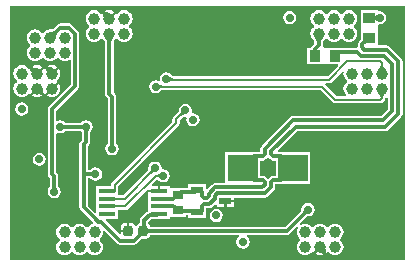
<source format=gbl>
G04*
G04 #@! TF.GenerationSoftware,Altium Limited,Altium Designer,20.1.8 (145)*
G04*
G04 Layer_Physical_Order=4*
G04 Layer_Color=16711680*
%FSTAX43Y43*%
%MOMM*%
G71*
G04*
G04 #@! TF.SameCoordinates,DEFF2A6E-5F0D-40BF-B6DE-29F6B0C5E57E*
G04*
G04*
G04 #@! TF.FilePolarity,Positive*
G04*
G01*
G75*
%ADD13C,0.200*%
%ADD15R,1.000X0.900*%
%ADD18R,0.900X1.000*%
G04:AMPARAMS|DCode=33|XSize=0.9mm|YSize=0.8mm|CornerRadius=0.2mm|HoleSize=0mm|Usage=FLASHONLY|Rotation=270.000|XOffset=0mm|YOffset=0mm|HoleType=Round|Shape=RoundedRectangle|*
%AMROUNDEDRECTD33*
21,1,0.900,0.400,0,0,270.0*
21,1,0.500,0.800,0,0,270.0*
1,1,0.400,-0.200,-0.250*
1,1,0.400,-0.200,0.250*
1,1,0.400,0.200,0.250*
1,1,0.400,0.200,-0.250*
%
%ADD33ROUNDEDRECTD33*%
%ADD36R,0.900X0.800*%
%ADD37R,1.450X0.450*%
%ADD46R,1.100X0.600*%
%ADD47C,0.300*%
%ADD49C,1.000*%
%ADD50C,0.700*%
%ADD51C,0.600*%
%ADD52R,2.500X2.300*%
G36*
X0064745Y002638D02*
X0031255D01*
Y0028125D01*
Y004787D01*
X0064745D01*
Y002638D01*
D02*
G37*
%LPC*%
G36*
X004094Y0047501D02*
X0040757Y0047477D01*
X0040587Y0047406D01*
X0040441Y0047294D01*
X0040384Y004722D01*
X0040236D01*
X0039741Y0046724D01*
X0039599Y0046866D01*
X0040089Y0047356D01*
X0040023Y0047406D01*
X0039853Y0047477D01*
X003967Y0047501D01*
X0039487Y0047477D01*
X0039317Y0047406D01*
X0039297Y0047391D01*
X0039316Y004738D01*
X0039358Y0047362D01*
X0039405Y0047345D01*
X0039456Y0047331D01*
X0039512Y0047319D01*
X0039637Y00473D01*
X0039707Y0047294D01*
X0039172Y0046842D01*
X0039177Y0046908D01*
X0039176Y0047027D01*
X0039171Y004708D01*
X0039162Y004713D01*
X0039149Y0047175D01*
X0039134Y0047217D01*
X0039125Y0047234D01*
X0039114Y004722D01*
X0038956D01*
X0038899Y0047294D01*
X0038753Y0047406D01*
X0038583Y0047477D01*
X00384Y0047501D01*
X0038217Y0047477D01*
X0038047Y0047406D01*
X0037901Y0047294D01*
X0037789Y0047148D01*
X0037718Y0046978D01*
X0037694Y0046795D01*
X0037718Y0046612D01*
X0037789Y0046442D01*
X0037901Y0046296D01*
X0037975Y0046239D01*
Y0046081D01*
X0037901Y0046024D01*
X0037789Y0045878D01*
X0037718Y0045708D01*
X0037694Y0045525D01*
X0037718Y0045342D01*
X0037789Y0045172D01*
X0037901Y0045026D01*
X0038047Y0044914D01*
X0038217Y0044843D01*
X00384Y0044819D01*
X0038583Y0044843D01*
X0038753Y0044914D01*
X0038899Y0045026D01*
X0038956Y00451D01*
X0039114D01*
X0039171Y0045026D01*
X0039182Y0045017D01*
X0039207Y0044992D01*
X0039232Y0044962D01*
X0039254Y0044933D01*
X0039271Y0044904D01*
X0039286Y0044877D01*
X0039297Y0044851D01*
X0039305Y0044825D01*
X0039311Y00448D01*
X0039313Y0044786D01*
Y0040415D01*
X003934Y0040278D01*
X0039418Y0040162D01*
X0039543Y0040037D01*
Y0036247D01*
X0039541Y0036231D01*
X0039537Y0036215D01*
X0039533Y0036202D01*
X0039529Y0036191D01*
X0039525Y0036183D01*
X0039523Y0036179D01*
X0039503Y0036166D01*
X0039382Y0035984D01*
X0039339Y003577D01*
X0039382Y0035555D01*
X0039503Y0035373D01*
X0039685Y0035252D01*
X00399Y0035209D01*
X0040115Y0035252D01*
X0040297Y0035373D01*
X0040418Y0035555D01*
X0040461Y003577D01*
X0040418Y0035984D01*
X0040297Y0036166D01*
X0040277Y0036179D01*
X0040275Y0036183D01*
X0040271Y0036191D01*
X0040267Y0036202D01*
X0040263Y0036215D01*
X0040259Y0036231D01*
X0040257Y0036247D01*
Y0040185D01*
X004023Y0040321D01*
X0040152Y0040437D01*
X0040027Y0040562D01*
Y0044786D01*
X0040029Y00448D01*
X0040035Y0044825D01*
X0040043Y0044851D01*
X0040054Y0044877D01*
X0040069Y0044904D01*
X0040086Y0044933D01*
X0040108Y0044962D01*
X0040133Y0044992D01*
X0040158Y0045017D01*
X0040169Y0045026D01*
X0040226Y00451D01*
X0040384D01*
X0040441Y0045026D01*
X0040587Y0044914D01*
X0040757Y0044843D01*
X004094Y0044819D01*
X0041123Y0044843D01*
X0041293Y0044914D01*
X0041439Y0045026D01*
X0041551Y0045172D01*
X0041622Y0045342D01*
X0041646Y0045525D01*
X0041622Y0045708D01*
X0041551Y0045878D01*
X0041439Y0046024D01*
X0041365Y0046081D01*
Y0046239D01*
X0041439Y0046296D01*
X0041551Y0046442D01*
X0041622Y0046612D01*
X0041646Y0046795D01*
X0041622Y0046978D01*
X0041551Y0047148D01*
X0041439Y0047294D01*
X0041293Y0047406D01*
X0041123Y0047477D01*
X004094Y0047501D01*
D02*
G37*
G36*
X0054949Y0047433D02*
X0054734Y0047391D01*
X0054552Y0047269D01*
X0054431Y0047087D01*
X0054388Y0046873D01*
X0054431Y0046658D01*
X0054552Y0046476D01*
X0054734Y0046354D01*
X0054949Y0046312D01*
X0055163Y0046354D01*
X0055345Y0046476D01*
X0055467Y0046658D01*
X0055509Y0046873D01*
X0055467Y0047087D01*
X0055345Y0047269D01*
X0055163Y0047391D01*
X0054949Y0047433D01*
D02*
G37*
G36*
X00624Y0047525D02*
X0061D01*
Y0046425D01*
X0061Y0046425D01*
Y0045625D01*
X0061Y0045625D01*
Y004503D01*
X0060819Y0044848D01*
X0060741Y0044733D01*
X0060714Y0044596D01*
Y0044451D01*
X0060664Y0044341D01*
X0060591Y0044332D01*
X005905D01*
X0059016Y0044325D01*
X00583D01*
X00583Y0044325D01*
X0057833D01*
X0057744Y0044452D01*
X0057757Y0044519D01*
Y0044786D01*
X0057759Y00448D01*
X0057765Y0044825D01*
X0057773Y0044851D01*
X0057784Y0044877D01*
X0057799Y0044904D01*
X0057816Y0044933D01*
X0057838Y0044962D01*
X0057863Y0044992D01*
X0057888Y0045017D01*
X0057899Y0045026D01*
X0057956Y00451D01*
X0058114D01*
X0058171Y0045026D01*
X0058317Y0044914D01*
X0058487Y0044843D01*
X005867Y0044819D01*
X0058853Y0044843D01*
X0059023Y0044914D01*
X0059169Y0045026D01*
X0059226Y00451D01*
X0059384D01*
X0059441Y0045026D01*
X0059587Y0044914D01*
X0059757Y0044843D01*
X005994Y0044819D01*
X0060123Y0044843D01*
X0060293Y0044914D01*
X0060439Y0045026D01*
X0060551Y0045172D01*
X0060622Y0045342D01*
X0060646Y0045525D01*
X0060622Y0045708D01*
X0060551Y0045878D01*
X0060439Y0046024D01*
X0060365Y0046081D01*
Y0046239D01*
X0060439Y0046296D01*
X0060551Y0046442D01*
X0060622Y0046612D01*
X0060646Y0046795D01*
X0060622Y0046978D01*
X0060551Y0047148D01*
X0060439Y0047294D01*
X0060293Y0047406D01*
X0060123Y0047477D01*
X005994Y0047501D01*
X0059757Y0047477D01*
X0059587Y0047406D01*
X0059441Y0047294D01*
X0059384Y004722D01*
X0059226D01*
X0059169Y0047294D01*
X0059023Y0047406D01*
X0058853Y0047477D01*
X005867Y0047501D01*
X0058487Y0047477D01*
X0058317Y0047406D01*
X0058171Y0047294D01*
X0058114Y004722D01*
X0057956D01*
X0057899Y0047294D01*
X0057753Y0047406D01*
X0057583Y0047477D01*
X00574Y0047501D01*
X0057217Y0047477D01*
X0057047Y0047406D01*
X0056901Y0047294D01*
X0056789Y0047148D01*
X0056718Y0046978D01*
X0056694Y0046795D01*
X0056718Y0046612D01*
X0056789Y0046442D01*
X0056901Y0046296D01*
X0056975Y0046239D01*
Y0046081D01*
X0056901Y0046024D01*
X0056789Y0045878D01*
X0056718Y0045708D01*
X0056694Y0045525D01*
X0056718Y0045342D01*
X0056789Y0045172D01*
X0056901Y0045026D01*
X0056912Y0045017D01*
X0056937Y0044992D01*
X0056962Y0044962D01*
X0056984Y0044933D01*
X0057001Y0044904D01*
X0057016Y0044877D01*
X0057027Y0044851D01*
X0057035Y0044825D01*
X0057041Y00448D01*
X0057043Y0044786D01*
Y0044667D01*
X0056834Y0044457D01*
X0056756Y0044341D01*
X0056753Y0044325D01*
X00564D01*
Y0042925D01*
X00575D01*
X00575Y0042925D01*
X00583D01*
X00583Y0042925D01*
X0058994D01*
X0059043Y0042808D01*
X0058166Y0041931D01*
X0045038D01*
X0045036Y0041931D01*
X0045028Y0041933D01*
X0045019Y0041937D01*
X004501Y0041941D01*
X0044999Y0041948D01*
X0044988Y0041957D01*
X0044975Y0041969D01*
X0044962Y0041984D01*
X0044943Y0042008D01*
X0044934Y0042015D01*
X0044897Y0042072D01*
X0044715Y0042193D01*
X00445Y0042236D01*
X0044285Y0042193D01*
X0044103Y0042072D01*
X0043982Y004189D01*
X0043939Y0041675D01*
X0043953Y0041606D01*
X0043839Y004153D01*
X0043818Y0041543D01*
X0043604Y0041586D01*
X0043389Y0041543D01*
X0043207Y0041422D01*
X0043086Y004124D01*
X0043043Y0041025D01*
X0043086Y004081D01*
X0043207Y0040628D01*
X0043389Y0040507D01*
X0043604Y0040464D01*
X0043818Y0040507D01*
X0044Y0040628D01*
X0044018Y0040655D01*
X004402Y0040657D01*
X0044039Y0040673D01*
X0044057Y0040687D01*
X0044073Y0040697D01*
X0044088Y0040705D01*
X0044102Y0040712D01*
X0044115Y0040716D01*
X0044127Y0040719D01*
X004413Y0040719D01*
X0057573D01*
X0058584Y0039709D01*
X0058683Y0039642D01*
X00588Y0039619D01*
X00588Y0039619D01*
X0062629D01*
X0062629Y0039619D01*
X0062746Y0039642D01*
X0062845Y0039709D01*
X0062963Y0039826D01*
X0062963Y0039826D01*
X0063029Y0039925D01*
X0063052Y0040042D01*
X0063052Y0040042D01*
Y0040093D01*
X0063054Y0040105D01*
X0063061Y0040125D01*
X0063071Y004015D01*
X0063076Y004016D01*
X0063112Y004017D01*
X0063239Y0040074D01*
Y0039099D01*
X0062676Y0038536D01*
X0055223D01*
X0055087Y0038509D01*
X0054971Y0038431D01*
X0052571Y0036031D01*
X0052493Y0035915D01*
X0052466Y0035779D01*
Y0035482D01*
X005195D01*
X0051916Y0035475D01*
X00495D01*
Y0032845D01*
X0048612D01*
X0048475Y0032818D01*
X0048359Y0032741D01*
X0047967Y0032349D01*
X004785Y0032398D01*
Y0032775D01*
X004635D01*
Y0032482D01*
X00457D01*
X0045666Y0032475D01*
X004485D01*
X0044825Y0032592D01*
Y0032625D01*
X0044D01*
Y00322D01*
X00438D01*
Y0032625D01*
X0043343D01*
X0043295Y0032742D01*
X0043722Y0033169D01*
X0043724D01*
X0043727Y0033169D01*
X0043739Y0033166D01*
X0043751Y0033162D01*
X0043765Y0033155D01*
X0043781Y0033147D01*
X0043797Y0033137D01*
X0043815Y0033123D01*
X0043834Y0033107D01*
X0043835Y0033105D01*
X0043853Y0033078D01*
X0044035Y0032957D01*
X004425Y0032914D01*
X0044465Y0032957D01*
X0044647Y0033078D01*
X0044768Y003326D01*
X0044811Y0033475D01*
X0044768Y003369D01*
X0044647Y0033872D01*
X0044465Y0033993D01*
X004425Y0034036D01*
X004419Y0034024D01*
X00441Y0034114D01*
X0044102Y0034125D01*
X0044059Y003434D01*
X0043938Y0034522D01*
X0043756Y0034643D01*
X0043541Y0034686D01*
X0043327Y0034643D01*
X0043145Y0034522D01*
X0043023Y003434D01*
X0042981Y0034125D01*
X0042987Y0034093D01*
X0042987Y0034091D01*
X0042985Y0034066D01*
X0042982Y0034044D01*
X0042978Y0034025D01*
X0042973Y0034008D01*
X0042967Y0033994D01*
X0042961Y0033982D01*
X0042955Y0033972D01*
X0042953Y0033969D01*
X004084Y0031856D01*
X0040425D01*
Y0032195D01*
X0040431Y0032225D01*
Y0032598D01*
X0045538Y0037705D01*
X0045538Y0037705D01*
X0045604Y0037804D01*
X0045627Y0037921D01*
X0045627Y0037921D01*
Y003812D01*
X0045944Y0038437D01*
X0045947Y0038439D01*
X0045957Y0038445D01*
X0045969Y0038451D01*
X0045983Y0038456D01*
X0046Y0038461D01*
X0046019Y0038465D01*
X0046041Y0038469D01*
X0046066Y0038471D01*
X0046068Y0038471D01*
X00461Y0038464D01*
X0046108Y0038466D01*
X0046216Y0038358D01*
X0046189Y0038225D01*
X0046232Y003801D01*
X0046353Y0037828D01*
X0046535Y0037707D01*
X004675Y0037664D01*
X0046965Y0037707D01*
X0047147Y0037828D01*
X0047268Y003801D01*
X0047311Y0038225D01*
X0047268Y003844D01*
X0047147Y0038622D01*
X0046965Y0038743D01*
X004675Y0038786D01*
X0046742Y0038784D01*
X0046634Y0038892D01*
X0046661Y0039025D01*
X0046618Y003924D01*
X0046497Y0039422D01*
X0046315Y0039543D01*
X00461Y0039586D01*
X0045885Y0039543D01*
X0045703Y0039422D01*
X0045582Y003924D01*
X0045539Y0039025D01*
X0045546Y0038993D01*
X0045546Y0038991D01*
X0045544Y0038966D01*
X004554Y0038944D01*
X0045536Y0038925D01*
X0045531Y0038908D01*
X0045526Y0038894D01*
X004552Y0038882D01*
X0045514Y0038872D01*
X0045512Y0038869D01*
X0045105Y0038463D01*
X0045039Y0038363D01*
X0045016Y0038246D01*
X0045016Y0038246D01*
Y0038048D01*
X0039909Y0032941D01*
X0039842Y0032842D01*
X0039819Y0032725D01*
X0039745Y0032625D01*
X0038575D01*
Y0031775D01*
Y0031125D01*
Y0030401D01*
X0038458Y0030352D01*
X0037857Y0030953D01*
Y0033268D01*
X0038023D01*
X0038039Y0033266D01*
X0038055Y0033262D01*
X0038068Y0033258D01*
X0038079Y0033254D01*
X0038087Y003325D01*
X0038091Y0033248D01*
X0038103Y0033228D01*
X0038285Y0033107D01*
X00385Y0033064D01*
X0038715Y0033107D01*
X0038897Y0033228D01*
X0039018Y003341D01*
X0039061Y0033625D01*
X0039018Y003384D01*
X0038897Y0034022D01*
X0038715Y0034143D01*
X00385Y0034186D01*
X0038285Y0034143D01*
X0038103Y0034022D01*
X0038091Y0034002D01*
X0038087Y0034D01*
X0038079Y0033996D01*
X0038068Y0033992D01*
X0038055Y0033988D01*
X0038039Y0033984D01*
X0038023Y0033982D01*
X0037857D01*
Y0036018D01*
X0037952Y0036114D01*
X003803Y003623D01*
X0038057Y0036366D01*
Y0037148D01*
X0038059Y0037164D01*
X0038063Y003718D01*
X0038067Y0037193D01*
X0038071Y0037204D01*
X0038075Y0037212D01*
X0038077Y0037216D01*
X0038097Y0037228D01*
X0038218Y003741D01*
X0038261Y0037625D01*
X0038218Y003784D01*
X0038097Y0038022D01*
X0037915Y0038143D01*
X00377Y0038186D01*
X0037485Y0038143D01*
X0037303Y0038022D01*
X0037291Y0038002D01*
X0037287Y0038D01*
X0037279Y0037996D01*
X0037268Y0037992D01*
X0037255Y0037988D01*
X0037239Y0037984D01*
X0037223Y0037982D01*
X0035977D01*
X0035961Y0037984D01*
X0035945Y0037988D01*
X0035932Y0037992D01*
X0035921Y0037996D01*
X0035913Y0038D01*
X0035909Y0038002D01*
X0035897Y0038022D01*
X0035715Y0038143D01*
X00355Y0038186D01*
X0035285Y0038143D01*
X0035269Y0038132D01*
X0035157Y0038192D01*
Y0038964D01*
X0037042Y0040849D01*
X003712Y0040965D01*
X0037147Y0041102D01*
Y0045527D01*
X003712Y0045664D01*
X0037042Y0045779D01*
X0036544Y0046277D01*
X0036429Y0046355D01*
X0036292Y0046382D01*
X003552D01*
X0035383Y0046355D01*
X0035268Y0046277D01*
X0034941Y004595D01*
X0034929Y0045942D01*
X0034907Y0045928D01*
X0034883Y0045915D01*
X0034856Y0045905D01*
X0034827Y0045896D01*
X0034794Y0045888D01*
X0034759Y0045883D01*
X003472Y004588D01*
X0034685Y0045879D01*
X003467Y0045881D01*
X0034487Y0045857D01*
X0034317Y0045786D01*
X0034171Y0045674D01*
X0034114Y00456D01*
X0033956D01*
X0033899Y0045674D01*
X0033753Y0045786D01*
X0033583Y0045857D01*
X00334Y0045881D01*
X0033217Y0045857D01*
X0033047Y0045786D01*
X0032901Y0045674D01*
X0032789Y0045528D01*
X0032718Y0045358D01*
X0032694Y0045175D01*
X0032718Y0044992D01*
X0032789Y0044822D01*
X0032901Y0044676D01*
X0032975Y0044619D01*
Y0044461D01*
X0032901Y0044404D01*
X0032789Y0044258D01*
X0032718Y0044088D01*
X0032694Y0043905D01*
X0032718Y0043722D01*
X0032789Y0043552D01*
X0032901Y0043406D01*
X0033047Y0043294D01*
X0033217Y0043223D01*
X00334Y0043199D01*
X0033583Y0043223D01*
X0033753Y0043294D01*
X0033899Y0043406D01*
X0033956Y004348D01*
X0034114D01*
X0034171Y0043406D01*
X0034317Y0043294D01*
X0034487Y0043223D01*
X003467Y0043199D01*
X0034853Y0043223D01*
X0035023Y0043294D01*
X0035169Y0043406D01*
X0035226Y004348D01*
X0035384D01*
X0035441Y0043406D01*
X0035587Y0043294D01*
X0035757Y0043223D01*
X003594Y0043199D01*
X0036123Y0043223D01*
X0036293Y0043294D01*
X0036319Y0043314D01*
X0036433Y0043258D01*
Y004125D01*
X0034548Y0039364D01*
X003447Y0039248D01*
X0034443Y0039112D01*
Y0033625D01*
X003447Y0033488D01*
X0034548Y0033373D01*
X0034643Y0033277D01*
Y0032602D01*
X0034641Y0032586D01*
X0034637Y003257D01*
X0034633Y0032557D01*
X0034629Y0032546D01*
X0034625Y0032538D01*
X0034623Y0032534D01*
X0034603Y0032522D01*
X0034482Y003234D01*
X0034439Y0032125D01*
X0034482Y003191D01*
X0034603Y0031728D01*
X0034785Y0031607D01*
X0035Y0031564D01*
X0035215Y0031607D01*
X0035397Y0031728D01*
X0035518Y003191D01*
X0035561Y0032125D01*
X0035518Y003234D01*
X0035397Y0032522D01*
X0035377Y0032534D01*
X0035375Y0032538D01*
X0035371Y0032546D01*
X0035367Y0032557D01*
X0035363Y003257D01*
X0035359Y0032586D01*
X0035357Y0032602D01*
Y0033425D01*
X003533Y0033562D01*
X0035252Y0033677D01*
X0035157Y0033773D01*
Y0037058D01*
X0035269Y0037118D01*
X0035285Y0037107D01*
X00355Y0037064D01*
X0035715Y0037107D01*
X0035897Y0037228D01*
X0035909Y0037248D01*
X0035913Y003725D01*
X0035921Y0037254D01*
X0035932Y0037258D01*
X0035945Y0037262D01*
X0035961Y0037266D01*
X0035977Y0037268D01*
X0037223D01*
X0037239Y0037266D01*
X0037255Y0037262D01*
X0037268Y0037258D01*
X0037279Y0037254D01*
X0037287Y003725D01*
X0037291Y0037248D01*
X0037303Y0037228D01*
X0037323Y0037216D01*
X0037325Y0037212D01*
X0037329Y0037204D01*
X0037333Y0037193D01*
X0037337Y003718D01*
X0037341Y0037164D01*
X0037343Y0037148D01*
Y0036514D01*
X0037248Y0036419D01*
X003717Y0036303D01*
X0037143Y0036166D01*
Y0033625D01*
Y0030805D01*
X003717Y0030668D01*
X0037248Y0030553D01*
X0038173Y0029628D01*
X0038173Y0029628D01*
X0038276Y0029524D01*
X0038221Y00294D01*
X0038067Y0029336D01*
X0037921Y0029224D01*
X0037864Y002915D01*
X0037706D01*
X0037649Y0029224D01*
X0037503Y0029336D01*
X0037333Y0029407D01*
X003715Y0029431D01*
X0036967Y0029407D01*
X0036797Y0029336D01*
X0036651Y0029224D01*
X0036594Y002915D01*
X0036436D01*
X0036379Y0029224D01*
X0036233Y0029336D01*
X0036063Y0029407D01*
X003588Y0029431D01*
X0035697Y0029407D01*
X0035527Y0029336D01*
X0035381Y0029224D01*
X0035269Y0029078D01*
X0035198Y0028908D01*
X0035174Y0028725D01*
X0035198Y0028542D01*
X0035269Y0028372D01*
X0035381Y0028226D01*
X0035455Y0028169D01*
Y0028011D01*
X0035381Y0027954D01*
X0035269Y0027808D01*
X0035198Y0027638D01*
X0035174Y0027455D01*
X0035198Y0027272D01*
X0035269Y0027102D01*
X0035381Y0026956D01*
X0035527Y0026844D01*
X0035697Y0026773D01*
X003588Y0026749D01*
X0036063Y0026773D01*
X0036233Y0026844D01*
X0036379Y0026956D01*
X0036436Y002703D01*
X0036594D01*
X0036651Y0026956D01*
X0036797Y0026844D01*
X0036967Y0026773D01*
X003715Y0026749D01*
X0037333Y0026773D01*
X0037503Y0026844D01*
X0037649Y0026956D01*
X0037706Y002703D01*
X0037864D01*
X0037921Y0026956D01*
X0038067Y0026844D01*
X0038237Y0026773D01*
X003842Y0026749D01*
X0038603Y0026773D01*
X0038773Y0026844D01*
X0038919Y0026956D01*
X0039031Y0027102D01*
X0039102Y0027272D01*
X0039126Y0027455D01*
X0039102Y0027638D01*
X0039031Y0027808D01*
X0038919Y0027954D01*
X0038845Y0028011D01*
Y0028169D01*
X0038919Y0028226D01*
X0039031Y0028372D01*
X0039102Y0028542D01*
X0039126Y0028725D01*
X0039121Y0028765D01*
X0039241Y0028824D01*
X0040318Y0027748D01*
X0040433Y002767D01*
X004057Y0027643D01*
X0041775D01*
X0041912Y002767D01*
X0042027Y0027748D01*
X0042447Y0028167D01*
X004275D01*
X0042906Y0028198D01*
X0043038Y0028287D01*
X0043127Y0028419D01*
X0043137Y0028468D01*
X0050669D01*
X0050708Y0028341D01*
X0050603Y0028272D01*
X0050482Y002809D01*
X0050439Y0027875D01*
X0050482Y002766D01*
X0050603Y0027478D01*
X0050785Y0027357D01*
X0051Y0027314D01*
X0051215Y0027357D01*
X0051397Y0027478D01*
X0051518Y002766D01*
X0051561Y0027875D01*
X0051518Y002809D01*
X0051397Y0028272D01*
X0051292Y0028341D01*
X0051331Y0028468D01*
X00547D01*
X0054837Y0028495D01*
X0054952Y0028573D01*
X0055569Y0029189D01*
X0055664Y0029105D01*
X0055644Y0029078D01*
X0055573Y0028908D01*
X0055549Y0028725D01*
X0055573Y0028542D01*
X0055644Y0028372D01*
X0055756Y0028226D01*
X005583Y0028169D01*
Y0028011D01*
X0055756Y0027954D01*
X0055644Y0027808D01*
X0055573Y0027638D01*
X0055549Y0027455D01*
X0055573Y0027272D01*
X0055644Y0027102D01*
X0055756Y0026956D01*
X0055902Y0026844D01*
X0056072Y0026773D01*
X0056255Y0026749D01*
X0056438Y0026773D01*
X0056608Y0026844D01*
X0056754Y0026956D01*
X0056811Y002703D01*
X0056959D01*
X0057454Y0027526D01*
X0057596Y0027384D01*
X0057106Y0026894D01*
X0057172Y0026844D01*
X0057342Y0026773D01*
X0057525Y0026749D01*
X0057708Y0026773D01*
X0057838Y0026827D01*
X0057819Y0026838D01*
X0057778Y0026858D01*
X0057732Y0026877D01*
X0057623Y0026915D01*
X0057561Y0026932D01*
X005742Y0026966D01*
X0058012Y0027341D01*
X0057999Y002728D01*
X0057991Y0027222D01*
X0057987Y0027168D01*
X0057988Y0027117D01*
X0057993Y002707D01*
X0058002Y0027026D01*
X0058016Y0026985D01*
X0058028Y0026961D01*
X0058081Y002703D01*
X0058239D01*
X0058296Y0026956D01*
X0058442Y0026844D01*
X0058612Y0026773D01*
X0058795Y0026749D01*
X0058978Y0026773D01*
X0059148Y0026844D01*
X0059294Y0026956D01*
X0059406Y0027102D01*
X0059477Y0027272D01*
X0059501Y0027455D01*
X0059477Y0027638D01*
X0059406Y0027808D01*
X0059294Y0027954D01*
X005922Y0028011D01*
Y0028169D01*
X0059294Y0028226D01*
X0059406Y0028372D01*
X0059477Y0028542D01*
X0059501Y0028725D01*
X0059477Y0028908D01*
X0059406Y0029078D01*
X0059294Y0029224D01*
X0059148Y0029336D01*
X0058978Y0029407D01*
X0058795Y0029431D01*
X0058612Y0029407D01*
X0058442Y0029336D01*
X0058296Y0029224D01*
X0058239Y002915D01*
X0058081D01*
X0058024Y0029224D01*
X0057878Y0029336D01*
X0057708Y0029407D01*
X0057525Y0029431D01*
X0057342Y0029407D01*
X0057172Y0029336D01*
X0057026Y0029224D01*
X0056969Y002915D01*
X0056811D01*
X0056754Y0029224D01*
X0056608Y0029336D01*
X0056438Y0029407D01*
X0056255Y0029431D01*
X0056072Y0029407D01*
X0055902Y0029336D01*
X0055875Y0029316D01*
X0055791Y0029412D01*
X0056415Y0030035D01*
X0056428Y0030045D01*
X0056442Y0030054D01*
X0056454Y003006D01*
X0056464Y0030065D01*
X0056473Y0030068D01*
X0056477Y0030069D01*
X00565Y0030064D01*
X0056715Y0030107D01*
X0056897Y0030228D01*
X0057018Y003041D01*
X0057061Y0030625D01*
X0057018Y003084D01*
X0056897Y0031022D01*
X0056715Y0031143D01*
X00565Y0031186D01*
X0056285Y0031143D01*
X0056103Y0031022D01*
X0055982Y003084D01*
X0055939Y0030625D01*
X0055944Y0030602D01*
X0055943Y0030598D01*
X005594Y0030589D01*
X0055935Y0030579D01*
X0055929Y0030567D01*
X005592Y0030553D01*
X005591Y003054D01*
X0054552Y0029182D01*
X0043137D01*
X0043127Y0029231D01*
X0043038Y0029363D01*
X0042957Y0029418D01*
Y0029552D01*
X004323Y0029825D01*
X0044825D01*
Y0029858D01*
X004485Y0029975D01*
X004615D01*
Y0030131D01*
X004635D01*
Y0029875D01*
X004785D01*
Y0030491D01*
X0047857Y0030525D01*
Y0030718D01*
X0048131D01*
X0048268Y0030745D01*
X0048384Y0030823D01*
X0048633Y0031072D01*
X004875Y0031023D01*
Y0030825D01*
X00494D01*
Y0031325D01*
X00495D01*
Y0031425D01*
X005025D01*
Y0031632D01*
X0052845D01*
X0052982Y0031659D01*
X0053097Y0031736D01*
X0053602Y0032241D01*
X005368Y0032357D01*
X0053707Y0032494D01*
Y0032768D01*
X005425D01*
X0054284Y0032775D01*
X00567D01*
Y0035475D01*
X0054284D01*
X005425Y0035482D01*
X005398D01*
X0053932Y0035599D01*
X0055601Y0037268D01*
X0063054D01*
X006319Y0037295D01*
X0063306Y0037373D01*
X0064403Y0038469D01*
X006448Y0038585D01*
X0064507Y0038722D01*
Y0043184D01*
X006448Y004332D01*
X0064403Y0043436D01*
X0063414Y0044424D01*
X0063299Y0044502D01*
X0063162Y0044529D01*
X00624D01*
Y0045625D01*
X00624Y0045625D01*
Y0046239D01*
X0062498Y0046319D01*
X0062553Y0046309D01*
X0062768Y0046351D01*
X0062949Y0046473D01*
X0063071Y0046655D01*
X0063114Y0046869D01*
X0063071Y0047084D01*
X0062949Y0047266D01*
X0062768Y0047387D01*
X0062553Y004743D01*
X0062498Y0047419D01*
X00624Y00475D01*
Y0047525D01*
D02*
G37*
G36*
X0034794Y0042843D02*
X0034612Y0042819D01*
X0034473Y0042762D01*
X0034492Y0042751D01*
X0034533Y0042731D01*
X003458Y0042712D01*
X0034688Y0042676D01*
X003475Y0042659D01*
X003489Y0042628D01*
X0034306Y0042243D01*
X0034317Y0042305D01*
X0034324Y0042363D01*
X0034327Y0042417D01*
X0034326Y0042468D01*
X0034321Y0042516D01*
X0034311Y0042561D01*
X0034297Y0042601D01*
X0034286Y0042624D01*
X0034238Y0042562D01*
X0034091D01*
X0033595Y0042067D01*
X0033454Y0042208D01*
X0033943Y0042698D01*
X0033877Y0042749D01*
X0033707Y0042819D01*
X0033524Y0042843D01*
X0033342Y0042819D01*
X0033171Y0042749D01*
X0033098Y0042693D01*
X0033115Y0042684D01*
X0033157Y0042668D01*
X0033203Y0042655D01*
X0033253Y0042645D01*
X0033307Y0042638D01*
X0033365Y0042634D01*
X0033427Y0042634D01*
X0033493Y0042636D01*
X0033025Y0042116D01*
X0033021Y0042186D01*
X0033006Y004231D01*
X0032995Y0042366D01*
X0032981Y0042417D01*
X0032966Y0042463D01*
X0032948Y0042505D01*
X0032928Y0042542D01*
X0032914Y0042562D01*
X0032811D01*
X0032754Y0042637D01*
X0032607Y0042749D01*
X0032437Y0042819D01*
X0032254Y0042843D01*
X0032072Y0042819D01*
X0031901Y0042749D01*
X0031755Y0042637D01*
X0031643Y004249D01*
X0031572Y004232D01*
X0031548Y0042137D01*
X0031572Y0041955D01*
X0031643Y0041784D01*
X0031755Y0041638D01*
X0031829Y0041581D01*
Y0041424D01*
X0031755Y0041367D01*
X0031643Y004122D01*
X0031572Y004105D01*
X0031548Y0040867D01*
X0031572Y0040685D01*
X0031643Y0040514D01*
X0031755Y0040368D01*
X0031901Y0040256D01*
X0032072Y0040185D01*
X0032254Y0040161D01*
X0032437Y0040185D01*
X0032607Y0040256D01*
X0032754Y0040368D01*
X0032811Y0040442D01*
X0032958D01*
X0033454Y0040938D01*
X0033595Y0040797D01*
X0033105Y0040307D01*
X0033171Y0040256D01*
X0033342Y0040185D01*
X0033524Y0040161D01*
X0033707Y0040185D01*
X0033877Y0040256D01*
X0033951Y0040312D01*
X0033928Y0040324D01*
X0033887Y0040341D01*
X0033843Y0040354D01*
X0033795Y0040364D01*
X0033743Y004037D01*
X0033688Y0040373D01*
X0033629Y0040373D01*
X0033567Y0040369D01*
X0034024Y0040872D01*
X0034026Y0040807D01*
X0034038Y004069D01*
X0034048Y0040637D01*
X0034061Y0040588D01*
X0034077Y0040542D01*
X0034095Y0040501D01*
X0034116Y0040463D01*
X0034131Y0040442D01*
X0034228D01*
X0034724Y0040938D01*
X0035219Y0041434D01*
Y0041581D01*
X0035294Y0041638D01*
X0035406Y0041784D01*
X0035476Y0041955D01*
X00355Y0042137D01*
X0035476Y004232D01*
X0035406Y004249D01*
X0035355Y0042557D01*
X0034865Y0042067D01*
X0034724Y0042208D01*
X0035213Y0042698D01*
X0035147Y0042749D01*
X0034977Y0042819D01*
X0034794Y0042843D01*
D02*
G37*
G36*
X0035355Y0041287D02*
X0034865Y0040797D01*
X0034375Y0040307D01*
X0034441Y0040256D01*
X0034612Y0040185D01*
X0034794Y0040161D01*
X0034977Y0040185D01*
X0035147Y0040256D01*
X0035294Y0040368D01*
X0035406Y0040514D01*
X0035476Y0040685D01*
X00355Y0040867D01*
X0035476Y004105D01*
X0035406Y004122D01*
X0035355Y0041287D01*
D02*
G37*
G36*
X0032254Y0039686D02*
X003204Y0039643D01*
X0031858Y0039522D01*
X0031736Y003934D01*
X0031693Y0039125D01*
X0031736Y003891D01*
X0031858Y0038728D01*
X003204Y0038607D01*
X0032254Y0038564D01*
X0032469Y0038607D01*
X0032651Y0038728D01*
X0032772Y003891D01*
X0032815Y0039125D01*
X0032772Y003934D01*
X0032651Y0039522D01*
X0032469Y0039643D01*
X0032254Y0039686D01*
D02*
G37*
G36*
X003375Y0035436D02*
X0033535Y0035393D01*
X0033353Y0035272D01*
X0033232Y003509D01*
X0033189Y0034875D01*
X0033232Y003466D01*
X0033353Y0034478D01*
X0033535Y0034357D01*
X003375Y0034314D01*
X0033965Y0034357D01*
X0034147Y0034478D01*
X0034268Y003466D01*
X0034311Y0034875D01*
X0034268Y003509D01*
X0034147Y0035272D01*
X0033965Y0035393D01*
X003375Y0035436D01*
D02*
G37*
G36*
X005025Y0031225D02*
X00496D01*
Y0030825D01*
X005025D01*
Y0031225D01*
D02*
G37*
G36*
X0048725Y0030686D02*
X004851Y0030643D01*
X0048328Y0030522D01*
X0048207Y003034D01*
X0048164Y0030125D01*
X0048207Y002991D01*
X0048328Y0029728D01*
X004851Y0029607D01*
X0048725Y0029564D01*
X004894Y0029607D01*
X0049122Y0029728D01*
X0049243Y002991D01*
X0049286Y0030125D01*
X0049243Y003034D01*
X0049122Y0030522D01*
X004894Y0030643D01*
X0048725Y0030686D01*
D02*
G37*
%LPD*%
G36*
X0039982Y0045128D02*
X0039948Y0045088D01*
X0039918Y0045048D01*
X0039892Y0045007D01*
X003987Y0044965D01*
X0039852Y0044923D01*
X0039838Y004488D01*
X0039828Y0044836D01*
X0039822Y0044793D01*
X003982Y0044748D01*
X003952D01*
X0039518Y0044793D01*
X0039512Y0044836D01*
X0039502Y004488D01*
X0039488Y0044923D01*
X003947Y0044965D01*
X0039448Y0045007D01*
X0039422Y0045048D01*
X0039392Y0045088D01*
X0039358Y0045128D01*
X003932Y0045168D01*
X004002D01*
X0039982Y0045128D01*
D02*
G37*
G36*
X0040051Y003626D02*
X0040054Y0036226D01*
X0040059Y0036194D01*
X0040065Y0036164D01*
X0040074Y0036135D01*
X0040084Y0036109D01*
X0040097Y0036084D01*
X0040111Y0036061D01*
X0040127Y0036039D01*
X0040145Y003602D01*
X0039655D01*
X0039673Y0036039D01*
X0039689Y0036061D01*
X0039703Y0036084D01*
X0039716Y0036109D01*
X0039726Y0036135D01*
X0039735Y0036164D01*
X0039741Y0036194D01*
X0039746Y0036226D01*
X0039749Y003626D01*
X003975Y0036296D01*
X004005D01*
X0040051Y003626D01*
D02*
G37*
G36*
X0062303Y0046624D02*
X0062283Y0046642D01*
X0062262Y0046659D01*
X0062239Y0046673D01*
X0062214Y0046685D01*
X0062187Y0046696D01*
X0062159Y0046704D01*
X0062129Y0046711D01*
X0062096Y0046716D01*
X0062062Y0046718D01*
X0062027Y0046719D01*
Y0047019D01*
X0062062Y004702D01*
X0062096Y0047023D01*
X0062129Y0047028D01*
X0062159Y0047035D01*
X0062187Y0047043D01*
X0062214Y0047054D01*
X0062239Y0047066D01*
X0062262Y004708D01*
X0062283Y0047096D01*
X0062303Y0047114D01*
Y0046624D01*
D02*
G37*
G36*
X0035325Y0045618D02*
X0035295Y0045585D01*
X0035269Y004555D01*
X0035245Y0045512D01*
X0035225Y0045472D01*
X0035207Y004543D01*
X0035194Y0045385D01*
X0035183Y0045337D01*
X0035175Y0045287D01*
X0035171Y0045235D01*
X003517Y004518D01*
X0034675Y0045675D01*
X003473Y0045676D01*
X0034782Y004568D01*
X0034832Y0045688D01*
X003488Y0045699D01*
X0034925Y0045712D01*
X0034967Y004573D01*
X0035007Y004575D01*
X0035045Y0045774D01*
X003508Y00458D01*
X0035113Y004583D01*
X0035325Y0045618D01*
D02*
G37*
G36*
X0057712Y0045128D02*
X0057678Y0045088D01*
X0057648Y0045048D01*
X0057622Y0045007D01*
X00576Y0044965D01*
X0057582Y0044923D01*
X0057568Y004488D01*
X0057558Y0044836D01*
X0057552Y0044793D01*
X005755Y0044748D01*
X005725D01*
X0057248Y0044793D01*
X0057242Y0044836D01*
X0057232Y004488D01*
X0057218Y0044923D01*
X00572Y0044965D01*
X0057178Y0045007D01*
X0057152Y0045048D01*
X0057122Y0045088D01*
X0057088Y0045128D01*
X005705Y0045168D01*
X005775D01*
X0057712Y0045128D01*
D02*
G37*
G36*
X0062849Y0042889D02*
X0062856Y004285D01*
X0062869Y0042809D01*
X0062886Y0042768D01*
X0062909Y0042725D01*
X0062936Y0042681D01*
X0062969Y0042636D01*
X0063006Y004259D01*
X0063096Y0042494D01*
X0062396D01*
X0062444Y0042543D01*
X0062524Y0042636D01*
X0062556Y0042681D01*
X0062584Y0042725D01*
X0062606Y0042768D01*
X0062624Y0042809D01*
X0062636Y004285D01*
X0062644Y0042889D01*
X0062646Y0042927D01*
X0062846D01*
X0062849Y0042889D01*
D02*
G37*
G36*
X0044806Y0041852D02*
X004483Y0041825D01*
X0044855Y0041802D01*
X0044881Y0041781D01*
X0044908Y0041764D01*
X0044936Y004175D01*
X0044965Y0041739D01*
X0044994Y0041731D01*
X0045025Y0041727D01*
X0045056Y0041725D01*
X0045026Y0041525D01*
X0044997Y0041524D01*
X0044967Y004152D01*
X0044937Y0041513D01*
X0044906Y0041504D01*
X0044875Y0041493D01*
X0044843Y0041479D01*
X0044811Y0041462D01*
X0044779Y0041443D01*
X0044712Y0041397D01*
X0044782Y0041882D01*
X0044806Y0041852D01*
D02*
G37*
G36*
X0059513Y0042233D02*
X00595Y0042137D01*
X0059524Y0041955D01*
X0059595Y0041784D01*
X0059707Y0041638D01*
X0059781Y0041581D01*
Y0041424D01*
X0059707Y0041367D01*
X0059595Y004122D01*
X0059524Y004105D01*
X00595Y0040867D01*
X0059524Y0040685D01*
X0059595Y0040514D01*
X0059707Y0040368D01*
X005972Y0040358D01*
X0059677Y0040231D01*
X0058927D01*
X0057965Y0041192D01*
X0058018Y0041319D01*
X0058293D01*
X0058293Y0041319D01*
X005841Y0041342D01*
X0058509Y0041409D01*
X0059393Y0042292D01*
X0059513Y0042233D01*
D02*
G37*
G36*
X0043882Y0041242D02*
X0043911Y0041218D01*
X004394Y0041196D01*
X0043969Y0041177D01*
X0043999Y0041161D01*
X0044028Y0041148D01*
X0044058Y0041138D01*
X0044088Y0041131D01*
X0044119Y0041126D01*
X0044149Y0041125D01*
Y0040925D01*
X0044119Y0040924D01*
X0044088Y0040919D01*
X0044058Y0040912D01*
X0044028Y0040902D01*
X0043999Y0040889D01*
X0043969Y0040873D01*
X004394Y0040854D01*
X0043911Y0040832D01*
X0043882Y0040808D01*
X0043854Y004078D01*
Y004127D01*
X0043882Y0041242D01*
D02*
G37*
G36*
X0063049Y0040462D02*
X0062969Y0040368D01*
X0062936Y0040323D01*
X0062909Y0040279D01*
X0062886Y0040237D01*
X0062869Y0040195D01*
X0062856Y0040155D01*
X0062849Y0040116D01*
X0062846Y0040077D01*
X0062646D01*
X0062644Y0040116D01*
X0062636Y0040155D01*
X0062624Y0040195D01*
X0062606Y0040237D01*
X0062584Y0040279D01*
X0062556Y0040323D01*
X0062524Y0040368D01*
X0062486Y0040415D01*
X0062396Y004051D01*
X0063096D01*
X0063049Y0040462D01*
D02*
G37*
G36*
X0046097Y0038675D02*
X0046057Y0038674D01*
X0046019Y0038671D01*
X0045983Y0038666D01*
X0045949Y0038659D01*
X0045917Y0038649D01*
X0045887Y0038638D01*
X0045859Y0038624D01*
X0045832Y0038608D01*
X0045808Y0038589D01*
X0045785Y0038569D01*
X0045644Y003871D01*
X0045664Y0038733D01*
X0045683Y0038757D01*
X0045699Y0038784D01*
X0045713Y0038812D01*
X0045724Y0038842D01*
X0045734Y0038874D01*
X0045741Y0038908D01*
X0045746Y0038944D01*
X0045749Y0038982D01*
X004575Y0039021D01*
X0046097Y0038675D01*
D02*
G37*
G36*
X003745Y003738D02*
X0037431Y0037398D01*
X0037409Y0037414D01*
X0037386Y0037428D01*
X0037361Y0037441D01*
X0037334Y0037451D01*
X0037306Y003746D01*
X0037276Y0037466D01*
X0037243Y0037471D01*
X0037209Y0037474D01*
X0037174Y0037475D01*
Y0037775D01*
X0037209Y0037776D01*
X0037243Y0037779D01*
X0037276Y0037784D01*
X0037306Y003779D01*
X0037334Y0037799D01*
X0037361Y0037809D01*
X0037386Y0037822D01*
X0037409Y0037836D01*
X0037431Y0037852D01*
X003745Y003787D01*
Y003738D01*
D02*
G37*
G36*
X0035769Y0037852D02*
X0035791Y0037836D01*
X0035814Y0037822D01*
X0035839Y0037809D01*
X0035866Y0037799D01*
X0035894Y003779D01*
X0035924Y0037784D01*
X0035957Y0037779D01*
X0035991Y0037776D01*
X0036026Y0037775D01*
Y0037475D01*
X0035991Y0037474D01*
X0035957Y0037471D01*
X0035924Y0037466D01*
X0035894Y003746D01*
X0035866Y0037451D01*
X0035839Y0037441D01*
X0035814Y0037428D01*
X0035791Y0037414D01*
X0035769Y0037398D01*
X003575Y003738D01*
Y003787D01*
X0035769Y0037852D01*
D02*
G37*
G36*
X0037927Y0037356D02*
X0037911Y0037334D01*
X0037897Y0037311D01*
X0037884Y0037286D01*
X0037874Y0037259D01*
X0037865Y0037231D01*
X0037859Y0037201D01*
X0037854Y0037168D01*
X0037851Y0037135D01*
X003785Y0037099D01*
X003755D01*
X0037549Y0037135D01*
X0037546Y0037168D01*
X0037541Y0037201D01*
X0037535Y0037231D01*
X0037526Y0037259D01*
X0037516Y0037286D01*
X0037503Y0037311D01*
X0037489Y0037334D01*
X0037473Y0037356D01*
X0037455Y0037375D01*
X0037945D01*
X0037927Y0037356D01*
D02*
G37*
G36*
X0043538Y0033775D02*
X0043498Y0033774D01*
X004346Y0033771D01*
X0043424Y0033766D01*
X0043391Y0033759D01*
X0043358Y0033749D01*
X0043328Y0033738D01*
X00433Y0033724D01*
X0043273Y0033708D01*
X0043249Y0033689D01*
X0043226Y0033669D01*
X0043085Y003381D01*
X0043105Y0033833D01*
X0043124Y0033857D01*
X004314Y0033884D01*
X0043154Y0033912D01*
X0043166Y0033942D01*
X0043175Y0033974D01*
X0043183Y0034008D01*
X0043188Y0034044D01*
X0043191Y0034082D01*
X0043191Y0034121D01*
X0043538Y0033775D01*
D02*
G37*
G36*
X003825Y003338D02*
X0038231Y0033398D01*
X0038209Y0033414D01*
X0038186Y0033428D01*
X0038161Y0033441D01*
X0038134Y0033451D01*
X0038106Y003346D01*
X0038076Y0033466D01*
X0038043Y0033471D01*
X0038009Y0033474D01*
X0037974Y0033475D01*
Y0033775D01*
X0038009Y0033776D01*
X0038043Y0033779D01*
X0038076Y0033784D01*
X0038106Y003379D01*
X0038134Y0033799D01*
X0038161Y0033809D01*
X0038186Y0033822D01*
X0038209Y0033836D01*
X0038231Y0033852D01*
X003825Y003387D01*
Y003338D01*
D02*
G37*
G36*
X0044Y003323D02*
X0043972Y0033258D01*
X0043943Y0033282D01*
X0043914Y0033304D01*
X0043885Y0033323D01*
X0043855Y0033339D01*
X0043825Y0033352D01*
X0043796Y0033362D01*
X0043765Y0033369D01*
X0043735Y0033374D01*
X0043705Y0033375D01*
Y0033575D01*
X0043735Y0033576D01*
X0043765Y0033581D01*
X0043796Y0033588D01*
X0043825Y0033598D01*
X0043855Y0033611D01*
X0043885Y0033627D01*
X0043914Y0033646D01*
X0043943Y0033668D01*
X0043972Y0033692D01*
X0044Y003372D01*
Y003323D01*
D02*
G37*
G36*
X0053187Y0034986D02*
X00533Y0034873D01*
X0053416Y0034795D01*
X0053553Y0034768D01*
X00538D01*
Y0033482D01*
X0053526D01*
X0053389Y0033455D01*
X0053273Y0033377D01*
X00531Y0033204D01*
X0052927Y0033377D01*
X0052811Y0033455D01*
X0052674Y0033482D01*
X00524D01*
Y0034768D01*
X0052647D01*
X0052784Y0034795D01*
X00529Y0034873D01*
X0053013Y0034986D01*
X00531Y0035035D01*
X0053187Y0034986D01*
D02*
G37*
G36*
X0035151Y0032616D02*
X0035154Y0032582D01*
X0035159Y0032549D01*
X0035165Y0032519D01*
X0035174Y0032491D01*
X0035184Y0032464D01*
X0035197Y0032439D01*
X0035211Y0032416D01*
X0035227Y0032394D01*
X0035245Y0032375D01*
X0034755D01*
X0034773Y0032394D01*
X0034789Y0032416D01*
X0034803Y0032439D01*
X0034816Y0032464D01*
X0034826Y0032491D01*
X0034835Y0032519D01*
X0034841Y0032549D01*
X0034846Y0032582D01*
X0034849Y0032616D01*
X003485Y0032651D01*
X003515D01*
X0035151Y0032616D01*
D02*
G37*
G36*
X0042975Y0032257D02*
Y0031775D01*
Y0030532D01*
X0042963Y003053D01*
X0042848Y0030452D01*
X0042348Y0029952D01*
X004227Y0029837D01*
X0042243Y00297D01*
Y0029462D01*
X0042194Y0029452D01*
X0042062Y0029363D01*
X0041973Y0029231D01*
X0041965Y0029189D01*
X0041835D01*
X0041827Y0029231D01*
X0041738Y0029363D01*
X0041606Y0029452D01*
X004145Y0029483D01*
X004135D01*
Y0028825D01*
X004125D01*
Y0028725D01*
X0040642D01*
Y0028612D01*
X0040548Y002856D01*
X0040519Y0028556D01*
X0039367Y0029708D01*
X0039416Y0029825D01*
X0040425D01*
Y0030594D01*
X004102D01*
X004102Y0030594D01*
X0041137Y0030617D01*
X0041236Y0030684D01*
X0042858Y0032305D01*
X0042975Y0032257D01*
D02*
G37*
G36*
X0056496Y0030275D02*
X005647Y0030274D01*
X0056443Y003027D01*
X0056417Y0030264D01*
X0056391Y0030255D01*
X0056364Y0030244D01*
X0056338Y003023D01*
X0056312Y0030213D01*
X0056286Y0030193D01*
X005626Y0030171D01*
X0056234Y0030147D01*
X0056022Y0030359D01*
X0056046Y0030385D01*
X0056068Y0030411D01*
X0056088Y0030437D01*
X0056105Y0030463D01*
X0056119Y0030489D01*
X005613Y0030516D01*
X0056139Y0030542D01*
X0056145Y0030568D01*
X0056149Y0030595D01*
X005615Y0030622D01*
X0056496Y0030275D01*
D02*
G37*
%LPC*%
G36*
X004115Y0029483D02*
X004105D01*
X0040894Y0029452D01*
X0040762Y0029363D01*
X0040673Y0029231D01*
X0040642Y0029075D01*
Y0028925D01*
X004115D01*
Y0029483D01*
D02*
G37*
%LPD*%
D13*
X0034794Y0042137D02*
Y004228D01*
X00343Y0042774D02*
X0034794Y004228D01*
X00343Y0042774D02*
Y0042925D01*
X00329Y0042725D02*
X0033488Y0042137D01*
X0033524D01*
X0033558Y0040867D02*
X00341Y0040325D01*
X0033524Y0040867D02*
X0033558D01*
X003967Y0046795D02*
Y0046855D01*
X00391Y0047425D02*
X003967Y0046855D01*
X0057525Y00273D02*
Y0027455D01*
Y00273D02*
X00581Y0026725D01*
X00429Y00322D02*
X00439D01*
X0040125Y0032225D02*
Y0032725D01*
X0045321Y0037921D02*
Y0038246D01*
X0040125Y0032725D02*
X0045321Y0037921D01*
X00401Y00322D02*
X0040125Y0032225D01*
X0058293Y0041625D02*
X0059835Y0043168D01*
X004455Y0041625D02*
X0058293D01*
X00577Y0041025D02*
X00588Y0039925D01*
X0062629D01*
X0043604Y0041025D02*
X00577D01*
X00445Y0041675D02*
X004455Y0041625D01*
X0062629Y0043168D02*
X0062746Y0043051D01*
X0062629Y0039925D02*
X0062746Y0040042D01*
Y0040867D01*
X0059835Y0043168D02*
X0062629D01*
X0062746Y0042137D02*
Y0043051D01*
X0040966Y003155D02*
X0043541Y0034125D01*
X004Y003155D02*
X0040966D01*
X0043595Y0033475D02*
X004425D01*
X004102Y00309D02*
X0043595Y0033475D01*
X0045321Y0038246D02*
X00461Y0039025D01*
X004Y00309D02*
X004102D01*
D15*
X00617Y0046875D02*
D03*
Y0045175D02*
D03*
D18*
X005705Y0043625D02*
D03*
X005875D02*
D03*
D33*
X004255Y0028825D02*
D03*
X004125D02*
D03*
D36*
X00455Y0031875D02*
D03*
Y0030575D02*
D03*
D37*
X00439Y003025D02*
D03*
Y00309D02*
D03*
Y003155D02*
D03*
Y00322D02*
D03*
X00395D02*
D03*
Y003155D02*
D03*
Y00309D02*
D03*
Y003025D02*
D03*
D46*
X00495Y0031325D02*
D03*
X00471Y0032275D02*
D03*
Y0030375D02*
D03*
D47*
X0041775Y0028D02*
X00426Y0028825D01*
X0038995Y0029575D02*
X004057Y0028D01*
X0041775D01*
X00547Y0028825D02*
X00565Y0030625D01*
X0038425Y002988D02*
Y002988D01*
X00375Y0030805D02*
Y0033625D01*
Y0030805D02*
X0038425Y002988D01*
X003873Y0029575D02*
X0038995D01*
X0038425Y002988D02*
X003873Y0029575D01*
X006066Y0043975D02*
X0061017Y0043618D01*
X0061071Y0044348D02*
Y0044596D01*
X0063596Y0038951D02*
Y0042954D01*
X0062933Y0043618D02*
X0063596Y0042954D01*
X005875Y0043675D02*
X005905Y0043975D01*
X0061247Y0044172D02*
X0063162D01*
X0061017Y0043618D02*
X0062933D01*
X005875Y0043625D02*
Y0043675D01*
X0061071Y0044348D02*
X0061247Y0044172D01*
X005905Y0043975D02*
X006066D01*
X0063162Y0044172D02*
X006415Y0043184D01*
X0061071Y0044596D02*
X006165Y0045175D01*
X006415Y0038722D02*
Y0043184D01*
X0062824Y0038179D02*
X0063596Y0038951D01*
X0063054Y0037625D02*
X006415Y0038722D01*
X003679Y0041102D02*
Y0045527D01*
X00348Y0033625D02*
Y0039112D01*
X003679Y0041102D01*
X00399Y003577D02*
Y0040185D01*
X003967Y0040415D02*
X00399Y0040185D01*
X00617Y0046875D02*
X0061706Y0046869D01*
X0062553D01*
X003967Y0040415D02*
Y0045525D01*
X00375Y0036166D02*
X00377Y0036366D01*
X00375Y0033625D02*
Y0036166D01*
X00377Y0036366D02*
Y0037625D01*
X00574Y0044519D02*
Y0045525D01*
X0057086Y0044205D02*
X00574Y0044519D01*
X0057086Y0043661D02*
Y0044205D01*
X005705Y0043625D02*
X0057086Y0043661D01*
X006165Y0045175D02*
X00617D01*
X00355Y0037625D02*
X00377D01*
X00348Y0033625D02*
X0035Y0033425D01*
Y0032125D02*
Y0033425D01*
X003467Y0045175D02*
X003552Y0046025D01*
X0036292D02*
X003679Y0045527D01*
X003552Y0046025D02*
X0036292D01*
X00375Y0033625D02*
X00385D01*
X0045077Y0030948D02*
X0045537Y0030488D01*
X0045077Y0031502D02*
X00457Y0032125D01*
X004695D01*
X00471Y0032275D01*
X0045537Y0030488D02*
X0046987D01*
X00471Y0030375D01*
X00426Y0028825D02*
X00547D01*
X00426D02*
Y00297D01*
X00431Y00302D01*
X004375D01*
X0048131Y0031075D02*
X00486Y0031544D01*
X0047676Y0031075D02*
X0048131D01*
X00481Y0031751D02*
Y0031977D01*
X0047924Y0031575D02*
X00481Y0031751D01*
X0047676Y0031575D02*
X0047924D01*
X00475Y0031751D02*
X0047676Y0031575D01*
X00486Y003177D02*
X0048819Y0031989D01*
X00486Y0031544D02*
Y003177D01*
X0048612Y0032489D02*
X0052638D01*
X00481Y0031977D02*
X0048612Y0032489D01*
X0052845Y0031989D02*
X005335Y0032494D01*
X0048819Y0031989D02*
X0052845D01*
X005285Y0032701D02*
Y0032949D01*
X0052638Y0032489D02*
X005285Y0032701D01*
X005335Y0032949D02*
X0053526Y0033125D01*
X005335Y0032494D02*
Y0032949D01*
X006165Y0046875D02*
X00617D01*
X00574Y0046795D02*
X0057534Y0046929D01*
X0055223Y0038179D02*
X0062824D01*
X0055453Y0037625D02*
X0063054D01*
X005095Y0034125D02*
X005195Y0035125D01*
X0053377Y0035301D02*
Y0035549D01*
X0052823Y0035779D02*
X0055223Y0038179D01*
X0052823Y0035301D02*
Y0035779D01*
X0053377Y0035301D02*
X0053553Y0035125D01*
X005425D01*
X005525Y0034125D01*
X0052647Y0035125D02*
X0052823Y0035301D01*
X005195Y0035125D02*
X0052647D01*
X0053377Y0035549D02*
X0055453Y0037625D01*
X004735Y0032275D02*
X00475Y0032125D01*
Y0031751D02*
Y0032125D01*
X0052674Y0033125D02*
X005285Y0032949D01*
X005195Y0033125D02*
X0052674D01*
X005095Y0034125D02*
X005195Y0033125D01*
X00471Y0030375D02*
X004735D01*
X00475Y0030525D01*
Y0030899D01*
X0047676Y0031075D01*
X00471Y0032275D02*
X004735D01*
X0053526Y0033125D02*
X005425D01*
X005525Y0034125D01*
X0043848Y0031502D02*
X0045077D01*
X00438Y00309D02*
X0043848Y0030948D01*
X0045077D01*
D49*
X0060206Y0042137D02*
D03*
Y0040867D02*
D03*
X0061476Y0042137D02*
D03*
Y0040867D02*
D03*
X0062746Y0042137D02*
D03*
Y0040867D02*
D03*
X0032254Y0042137D02*
D03*
Y0040867D02*
D03*
X0033524Y0042137D02*
D03*
Y0040867D02*
D03*
X0034794Y0042137D02*
D03*
Y0040867D02*
D03*
X005994Y0046795D02*
D03*
Y0045525D02*
D03*
X005867Y0046795D02*
D03*
Y0045525D02*
D03*
X00574Y0046795D02*
D03*
Y0045525D02*
D03*
X004094Y0046795D02*
D03*
Y0045525D02*
D03*
X003967Y0046795D02*
D03*
Y0045525D02*
D03*
X00384Y0046795D02*
D03*
Y0045525D02*
D03*
X003588Y0027455D02*
D03*
Y0028725D02*
D03*
X003715Y0027455D02*
D03*
Y0028725D02*
D03*
X003842Y0027455D02*
D03*
Y0028725D02*
D03*
X0056255Y0027455D02*
D03*
Y0028725D02*
D03*
X0057525Y0027455D02*
D03*
Y0028725D02*
D03*
X0058795Y0027455D02*
D03*
Y0028725D02*
D03*
X003594Y0043905D02*
D03*
Y0045175D02*
D03*
X00334D02*
D03*
X003467D02*
D03*
X00334Y0043905D02*
D03*
X003467D02*
D03*
D50*
X006325Y0026975D02*
D03*
X003375D02*
D03*
Y0029975D02*
D03*
X005005Y0046873D02*
D03*
X0043Y0046795D02*
D03*
X00461Y0046873D02*
D03*
Y0043925D02*
D03*
X005005Y0042775D02*
D03*
X005845Y0036625D02*
D03*
X006175D02*
D03*
Y00391D02*
D03*
X0060625Y0028725D02*
D03*
Y0030625D02*
D03*
X00564Y0039675D02*
D03*
X005005Y0039775D02*
D03*
X0052Y0036025D02*
D03*
X005005D02*
D03*
X00483Y0033175D02*
D03*
X003715Y0029975D02*
D03*
X00412Y0026975D02*
D03*
X004975D02*
D03*
Y0029625D02*
D03*
X0052575Y0026975D02*
D03*
Y0029625D02*
D03*
X00412Y0029975D02*
D03*
X00456Y0033475D02*
D03*
X00565Y0030625D02*
D03*
X0032254Y0039125D02*
D03*
X00445Y0041675D02*
D03*
X004675Y0038225D02*
D03*
X00399Y003577D02*
D03*
X0054949Y0046873D02*
D03*
X0062553Y0046869D02*
D03*
X00431Y0037625D02*
D03*
X0043604Y0041025D02*
D03*
X003375Y0034875D02*
D03*
X00377Y0037625D02*
D03*
X00355D02*
D03*
X00385Y0033625D02*
D03*
X0048725Y0030125D02*
D03*
X004425Y0033475D02*
D03*
X0051Y0027875D02*
D03*
X0043541Y0034125D02*
D03*
X00461Y0039025D02*
D03*
X0035Y0032125D02*
D03*
D51*
X0043Y0043925D02*
D03*
D52*
X005095Y0034125D02*
D03*
X005525D02*
D03*
M02*

</source>
